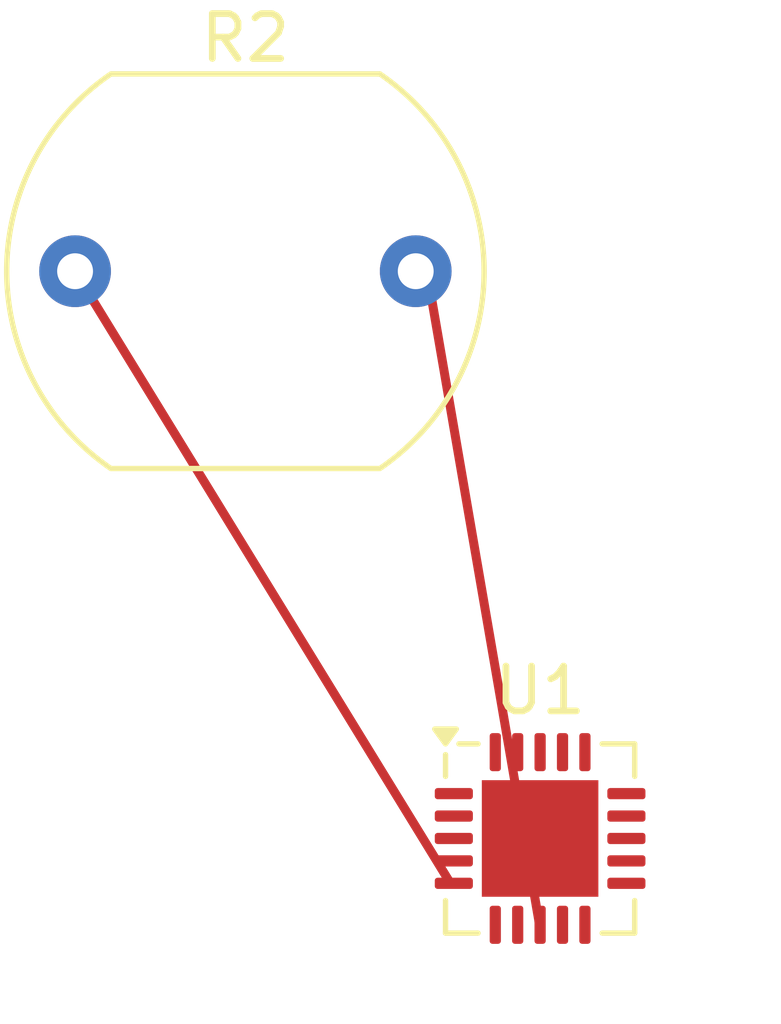
<source format=kicad_pcb>
(kicad_pcb (version 20241229) (generator "pcbnew") (generator_version "9.0")
  (layers (0 "F.Cu" signal) (2 "B.Cu" signal) (13 "F.Paste" user) (15 "B.Paste" user) (5 "F.SilkS" user "F.Silkscreen") (7 "B.SilkS" user "B.Silkscreen") (1 "F.Mask" user) (3 "B.Mask" user) (25 "Edge.Cuts" user))
  (net 0 "")
  (net 1 "GND")
  (net 2 "Net-(U1-XTAL2{slash}PB4)")
  (net 14 "Net-(D1-A)")
  (net 18 "Net-(MK1-+)")
  (net 20 "VCC")
  (footprint "OptoDevice:R_LDR_10x8.5mm_P7.6mm_Vertical" (layer "F.Cu") (at 145.125 89.35)
    (property "Reference" "R2" (at 3.8 -5.2 0) (layer "F.SilkS"))
    (property "Value" "LDR03")
    (fp_line (start 0.8 -4.4) (end 6.8 -4.4) (stroke (width 0.12)) (layer "F.SilkS"))
    (fp_line (start 0.8 4.4) (end 6.8 4.4) (stroke (width 0.12)) (layer "F.SilkS"))
    (fp_arc (start 0.8 4.4) (mid -1.525374 0.019809) (end 0.76735 -4.37756) (stroke (width 0.12)) (layer "F.SilkS"))
    (fp_arc (start 6.8 -4.4) (mid 9.125374 -0.019809) (end 6.83265 4.37756) (stroke (width 0.12)) (layer "F.SilkS"))
    (pad "1" thru_hole circle (at 0 0) (size 1.6 1.6) (drill 0.8) (layers "*.Cu" "*.Mask") (net 2 "Net-(U1-XTAL2{slash}PB4)"))
    (pad "2" thru_hole circle (at 7.6 0) (size 1.6 1.6) (drill 0.8) (layers "*.Cu" "*.Mask") (net 1 "GND"))
  )
  (footprint "Package_DFN_QFN:QFN-20-1EP_4x4mm_P0.5mm_EP2.6x2.6mm" (layer "F.Cu") (at 155.5 102)
    (property "Reference" "U1" (at 0 -3.3 0) (layer "F.SilkS"))
    (property "Value" "ATtiny85-20M")
    (fp_line (start -2.11 -1.385) (end -2.11 -1.87) (stroke (width 0.12)) (layer "F.SilkS"))
    (fp_line (start -2.11 2.11) (end -2.11 1.385) (stroke (width 0.12)) (layer "F.SilkS"))
    (fp_line (start -1.385 -2.11) (end -1.81 -2.11) (stroke (width 0.12)) (layer "F.SilkS"))
    (fp_line (start -1.385 2.11) (end -2.11 2.11) (stroke (width 0.12)) (layer "F.SilkS"))
    (fp_line (start 1.385 -2.11) (end 2.11 -2.11) (stroke (width 0.12)) (layer "F.SilkS"))
    (fp_line (start 1.385 2.11) (end 2.11 2.11) (stroke (width 0.12)) (layer "F.SilkS"))
    (fp_line (start 2.11 -2.11) (end 2.11 -1.385) (stroke (width 0.12)) (layer "F.SilkS"))
    (fp_line (start 2.11 2.11) (end 2.11 1.385) (stroke (width 0.12)) (layer "F.SilkS"))
    (fp_poly (pts (xy -2.11 -2.11) (xy -2.35 -2.44) (xy -1.87 -2.44)) (stroke (width 0.12)) (fill yes) (layer "F.SilkS"))
    (pad "1" smd roundrect (at -1.925 -1) (size 0.85 0.25) (layers "F.Cu" "F.Mask" "F.Paste"))
    (pad "2" smd roundrect (at -1.925 -0.5) (size 0.85 0.25) (layers "F.Cu" "F.Mask" "F.Paste"))
    (pad "3" smd roundrect (at -1.925 0) (size 0.85 0.25) (layers "F.Cu" "F.Mask" "F.Paste"))
    (pad "4" smd roundrect (at -1.925 0.5) (size 0.85 0.25) (layers "F.Cu" "F.Mask" "F.Paste"))
    (pad "5" smd roundrect (at -1.925 1) (size 0.85 0.25) (layers "F.Cu" "F.Mask" "F.Paste") (net 2 "Net-(U1-XTAL2{slash}PB4)"))
    (pad "6" smd roundrect (at -1 1.925) (size 0.25 0.85) (layers "F.Cu" "F.Mask" "F.Paste"))
    (pad "7" smd roundrect (at -0.5 1.925) (size 0.25 0.85) (layers "F.Cu" "F.Mask" "F.Paste"))
    (pad "8" smd roundrect (at 0 1.925) (size 0.25 0.85) (layers "F.Cu" "F.Mask" "F.Paste") (net 1 "GND"))
    (pad "9" smd roundrect (at 0.5 1.925) (size 0.25 0.85) (layers "F.Cu" "F.Mask" "F.Paste"))
    (pad "10" smd roundrect (at 1 1.925) (size 0.25 0.85) (layers "F.Cu" "F.Mask" "F.Paste"))
    (pad "11" smd roundrect (at 1.925 1) (size 0.85 0.25) (layers "F.Cu" "F.Mask" "F.Paste"))
    (pad "12" smd roundrect (at 1.925 0.5) (size 0.85 0.25) (layers "F.Cu" "F.Mask" "F.Paste") (net 14 "Net-(D1-A)"))
    (pad "13" smd roundrect (at 1.925 0) (size 0.85 0.25) (layers "F.Cu" "F.Mask" "F.Paste"))
    (pad "14" smd roundrect (at 1.925 -0.5) (size 0.85 0.25) (layers "F.Cu" "F.Mask" "F.Paste") (net 18 "Net-(MK1-+)"))
    (pad "15" smd roundrect (at 1.925 -1) (size 0.85 0.25) (layers "F.Cu" "F.Mask" "F.Paste") (net 20 "VCC"))
    (pad "16" smd roundrect (at 1 -1.925) (size 0.25 0.85) (layers "F.Cu" "F.Mask" "F.Paste"))
    (pad "17" smd roundrect (at 0.5 -1.925) (size 0.25 0.85) (layers "F.Cu" "F.Mask" "F.Paste"))
    (pad "18" smd roundrect (at 0 -1.925) (size 0.25 0.85) (layers "F.Cu" "F.Mask" "F.Paste"))
    (pad "19" smd roundrect (at -0.5 -1.925) (size 0.25 0.85) (layers "F.Cu" "F.Mask" "F.Paste"))
    (pad "20" smd roundrect (at -1 -1.925) (size 0.25 0.85) (layers "F.Cu" "F.Mask" "F.Paste"))
    (pad "21" smd rect (at 0 0) (size 2.6 2.6) (property pad_prop_heatsink) (layers "F.Cu" "F.Mask") (net 1 "GND"))
  )
  (gr_line (start 145.125 89.35) (end 153.5 103) (stroke (width 0.2)) (layer "F.Cu"))
  (gr_line (start 153 89.5) (end 155.5 104) (stroke (width 0.2)) (layer "F.Cu"))
)
</source>
